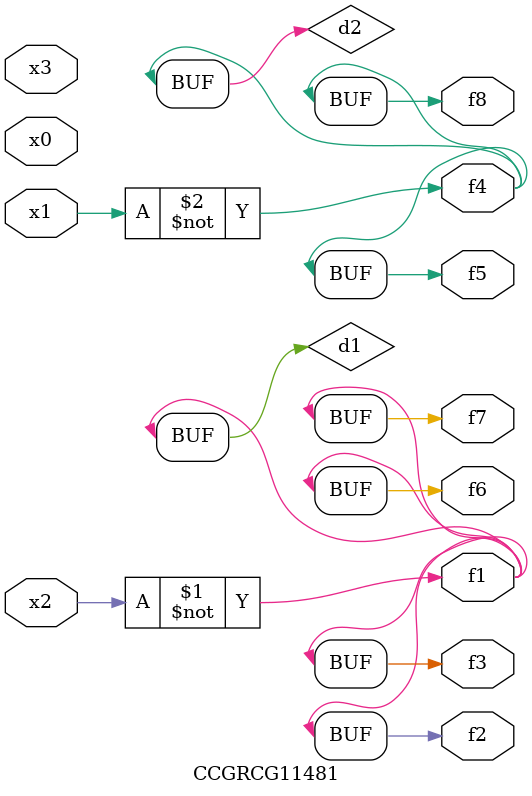
<source format=v>
module CCGRCG11481(
	input x0, x1, x2, x3,
	output f1, f2, f3, f4, f5, f6, f7, f8
);

	wire d1, d2;

	xnor (d1, x2);
	not (d2, x1);
	assign f1 = d1;
	assign f2 = d1;
	assign f3 = d1;
	assign f4 = d2;
	assign f5 = d2;
	assign f6 = d1;
	assign f7 = d1;
	assign f8 = d2;
endmodule

</source>
